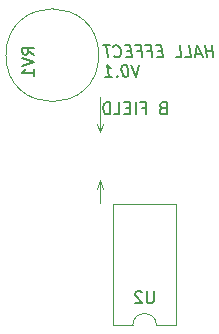
<source format=gbr>
G04 #@! TF.GenerationSoftware,KiCad,Pcbnew,(5.1.4)-1*
G04 #@! TF.CreationDate,2019-11-07T18:26:41-06:00*
G04 #@! TF.ProjectId,SensorBoard,53656e73-6f72-4426-9f61-72642e6b6963,rev?*
G04 #@! TF.SameCoordinates,Original*
G04 #@! TF.FileFunction,Legend,Bot*
G04 #@! TF.FilePolarity,Positive*
%FSLAX46Y46*%
G04 Gerber Fmt 4.6, Leading zero omitted, Abs format (unit mm)*
G04 Created by KiCad (PCBNEW (5.1.4)-1) date 2019-11-07 18:26:41*
%MOMM*%
%LPD*%
G04 APERTURE LIST*
%ADD10C,0.120000*%
%ADD11C,0.150000*%
G04 APERTURE END LIST*
D10*
X4000000Y-14000000D02*
X3750000Y-14750000D01*
X4000000Y-14000000D02*
X4250000Y-14750000D01*
X4000000Y-10000000D02*
X4250000Y-9250000D01*
X4000000Y-10000000D02*
X3750000Y-9250000D01*
D11*
X9333333Y-7928571D02*
X9190476Y-7976190D01*
X9142857Y-8023809D01*
X9095238Y-8119047D01*
X9095238Y-8261904D01*
X9142857Y-8357142D01*
X9190476Y-8404761D01*
X9285714Y-8452380D01*
X9666666Y-8452380D01*
X9666666Y-7452380D01*
X9333333Y-7452380D01*
X9238095Y-7500000D01*
X9190476Y-7547619D01*
X9142857Y-7642857D01*
X9142857Y-7738095D01*
X9190476Y-7833333D01*
X9238095Y-7880952D01*
X9333333Y-7928571D01*
X9666666Y-7928571D01*
X7571428Y-7928571D02*
X7904761Y-7928571D01*
X7904761Y-8452380D02*
X7904761Y-7452380D01*
X7428571Y-7452380D01*
X7047619Y-8452380D02*
X7047619Y-7452380D01*
X6571428Y-7928571D02*
X6238095Y-7928571D01*
X6095238Y-8452380D02*
X6571428Y-8452380D01*
X6571428Y-7452380D01*
X6095238Y-7452380D01*
X5190476Y-8452380D02*
X5666666Y-8452380D01*
X5666666Y-7452380D01*
X4857142Y-8452380D02*
X4857142Y-7452380D01*
X4619047Y-7452380D01*
X4476190Y-7500000D01*
X4380952Y-7595238D01*
X4333333Y-7690476D01*
X4285714Y-7880952D01*
X4285714Y-8023809D01*
X4333333Y-8214285D01*
X4380952Y-8309523D01*
X4476190Y-8404761D01*
X4619047Y-8452380D01*
X4857142Y-8452380D01*
D10*
X4000000Y-14000000D02*
X4000000Y-16000000D01*
X4000000Y-10000000D02*
X4000000Y-7000000D01*
D11*
X13636755Y-3627380D02*
X13511755Y-2627380D01*
X13571279Y-3103571D02*
X12999851Y-3103571D01*
X13065327Y-3627380D02*
X12940327Y-2627380D01*
X12601041Y-3341666D02*
X12124851Y-3341666D01*
X12731994Y-3627380D02*
X12273660Y-2627380D01*
X12065327Y-3627380D01*
X11255803Y-3627380D02*
X11731994Y-3627380D01*
X11606994Y-2627380D01*
X10446279Y-3627380D02*
X10922470Y-3627380D01*
X10797470Y-2627380D01*
X9285565Y-3103571D02*
X8952232Y-3103571D01*
X8874851Y-3627380D02*
X9351041Y-3627380D01*
X9226041Y-2627380D01*
X8749851Y-2627380D01*
X8047470Y-3103571D02*
X8380803Y-3103571D01*
X8446279Y-3627380D02*
X8321279Y-2627380D01*
X7845089Y-2627380D01*
X7190327Y-3103571D02*
X7523660Y-3103571D01*
X7589136Y-3627380D02*
X7464136Y-2627380D01*
X6987946Y-2627380D01*
X6666517Y-3103571D02*
X6333184Y-3103571D01*
X6255803Y-3627380D02*
X6731994Y-3627380D01*
X6606994Y-2627380D01*
X6130803Y-2627380D01*
X5243898Y-3532142D02*
X5297470Y-3579761D01*
X5446279Y-3627380D01*
X5541517Y-3627380D01*
X5678422Y-3579761D01*
X5761755Y-3484523D01*
X5797470Y-3389285D01*
X5821279Y-3198809D01*
X5803422Y-3055952D01*
X5731994Y-2865476D01*
X5672470Y-2770238D01*
X5565327Y-2675000D01*
X5416517Y-2627380D01*
X5321279Y-2627380D01*
X5184374Y-2675000D01*
X5142708Y-2722619D01*
X4845089Y-2627380D02*
X4273660Y-2627380D01*
X4684374Y-3627380D02*
X4559374Y-2627380D01*
X7321279Y-4277380D02*
X7112946Y-5277380D01*
X6654613Y-4277380D01*
X6130803Y-4277380D02*
X6035565Y-4277380D01*
X5946279Y-4325000D01*
X5904613Y-4372619D01*
X5868898Y-4467857D01*
X5845089Y-4658333D01*
X5874851Y-4896428D01*
X5946279Y-5086904D01*
X6005803Y-5182142D01*
X6059375Y-5229761D01*
X6160565Y-5277380D01*
X6255803Y-5277380D01*
X6345089Y-5229761D01*
X6386755Y-5182142D01*
X6422470Y-5086904D01*
X6446279Y-4896428D01*
X6416517Y-4658333D01*
X6345089Y-4467857D01*
X6285565Y-4372619D01*
X6231994Y-4325000D01*
X6130803Y-4277380D01*
X5481994Y-5182142D02*
X5440327Y-5229761D01*
X5493898Y-5277380D01*
X5535565Y-5229761D01*
X5481994Y-5182142D01*
X5493898Y-5277380D01*
X4493898Y-5277380D02*
X5065327Y-5277380D01*
X4779613Y-5277380D02*
X4654613Y-4277380D01*
X4767708Y-4420238D01*
X4874851Y-4515476D01*
X4976041Y-4563095D01*
D10*
X10460000Y-26330000D02*
X8810000Y-26330000D01*
X10460000Y-16050000D02*
X10460000Y-26330000D01*
X5160000Y-16050000D02*
X10460000Y-16050000D01*
X5160000Y-26330000D02*
X5160000Y-16050000D01*
X6810000Y-26330000D02*
X5160000Y-26330000D01*
X8810000Y-26330000D02*
G75*
G03X6810000Y-26330000I-1000000J0D01*
G01*
X3930000Y-3460000D02*
G75*
G03X3930000Y-3460000I-3930000J0D01*
G01*
D11*
X8571904Y-23452380D02*
X8571904Y-24261904D01*
X8524285Y-24357142D01*
X8476666Y-24404761D01*
X8381428Y-24452380D01*
X8190952Y-24452380D01*
X8095714Y-24404761D01*
X8048095Y-24357142D01*
X8000476Y-24261904D01*
X8000476Y-23452380D01*
X7571904Y-23547619D02*
X7524285Y-23500000D01*
X7429047Y-23452380D01*
X7190952Y-23452380D01*
X7095714Y-23500000D01*
X7048095Y-23547619D01*
X7000476Y-23642857D01*
X7000476Y-23738095D01*
X7048095Y-23880952D01*
X7619523Y-24452380D01*
X7000476Y-24452380D01*
X-1547619Y-3404761D02*
X-2023809Y-3071428D01*
X-1547619Y-2833333D02*
X-2547619Y-2833333D01*
X-2547619Y-3214285D01*
X-2500000Y-3309523D01*
X-2452380Y-3357142D01*
X-2357142Y-3404761D01*
X-2214285Y-3404761D01*
X-2119047Y-3357142D01*
X-2071428Y-3309523D01*
X-2023809Y-3214285D01*
X-2023809Y-2833333D01*
X-2547619Y-3690476D02*
X-1547619Y-4023809D01*
X-2547619Y-4357142D01*
X-1547619Y-5214285D02*
X-1547619Y-4642857D01*
X-1547619Y-4928571D02*
X-2547619Y-4928571D01*
X-2404761Y-4833333D01*
X-2309523Y-4738095D01*
X-2261904Y-4642857D01*
M02*

</source>
